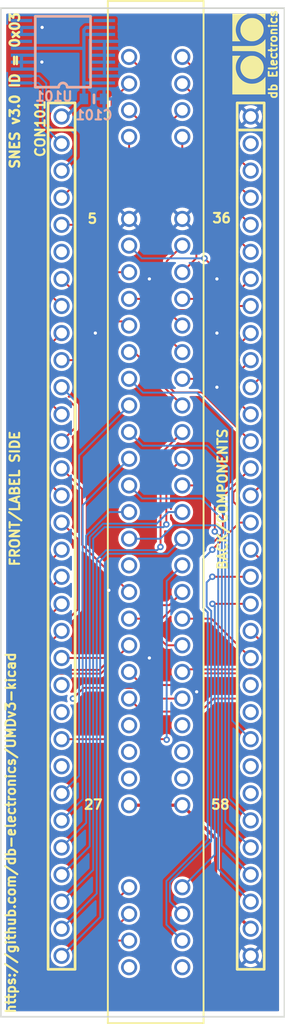
<source format=kicad_pcb>
(kicad_pcb (version 20221018) (generator pcbnew)
  (title_block (title "SNES UMD Adapter") (date "2018-02-01") (rev "0.1") (company "db Electronics") (comment 1 "Licensed under the CERN OHL v.1.2") (comment 2 "https://github.com/db-electronics/umd-adapters-kicad"))
  (layers (0 "F.Cu" signal) (31 "B.Cu" signal) (34 "B.Paste" user) (35 "F.Paste" user) (36 "B.SilkS" user "B.Silkscreen") (37 "F.SilkS" user "F.Silkscreen") (38 "B.Mask" user) (39 "F.Mask" user) (44 "Edge.Cuts" user))
  (net 0 "")
  (net 1 "GND")
  (net 2 "/~{RD}")
  (net 3 "/A11")
  (net 4 "/A10")
  (net 5 "/A9")
  (net 6 "/A8")
  (net 7 "/A7")
  (net 8 "/A6")
  (net 9 "/A5")
  (net 10 "/A4")
  (net 11 "/A3")
  (net 12 "/A2")
  (net 13 "/A1")
  (net 14 "/A0")
  (net 15 "/D0")
  (net 16 "/D1")
  (net 17 "/D2")
  (net 18 "/D3")
  (net 19 "/~{WR}")
  (net 20 "/D7")
  (net 21 "/D6")
  (net 22 "/D5")
  (net 23 "/D4")
  (net 24 "/A23")
  (net 25 "/A22")
  (net 26 "/A21")
  (net 27 "/A20")
  (net 28 "/A19")
  (net 29 "/A18")
  (net 30 "/A17")
  (net 31 "/A16")
  (net 32 "/A15")
  (net 33 "/A14")
  (net 34 "/A13")
  (net 35 "/A12")
  (net 36 "/~{IRQ}")
  (net 37 "+3V3")
  (net 38 "/SCL")
  (net 39 "/SDA")
  (net 41 "/D14")
  (net 42 "/D12")
  (net 43 "/D10")
  (net 44 "/D8")
  (net 48 "/5V_1")
  (net 53 "/CLK")
  (net 54 "/5V_0")
  (net 60 "/~{RESET}")
  (net 63 "/D13")
  (net 64 "/D11")
  (net 65 "/D9")
  (net 69 "/~{CE}")
  (net 70 "/D15")
  (net 71 "/~{WRAM}")
  (net 72 "/EXPAND")
  (net 73 "/~{PARD}")
  (net 74 "/~{PAWR}")
  (net 75 "/REFRESH")
  (footprint "db-artwork:db-logo_7.5mm" (layer "F.Cu") (at 153.5176 60.1726 90)
    (fp_text reference "logo101" hide)
    (fp_text value "logo" hide)
  )
  (footprint "db-thparts:SNES-CONN-EXP" (layer "F.Cu") (at 142.24 60.452)
    (fp_text reference "CON102" hide)
    (fp_text value "SNES-CONN" hide)
    (pad "1" thru_hole circle (at 0 0) (size 1.524 1.524) (drill 1.016) (layers "*.Cu" "*.Mask") (net 53 "/CLK"))
    (pad "2" thru_hole circle (at 0 2.5) (size 1.524 1.524) (drill 1.016) (layers "*.Cu" "*.Mask") (net 72 "/EXPAND"))
    (pad "3" thru_hole circle (at 0 5) (size 1.524 1.524) (drill 1.016) (layers "*.Cu" "*.Mask") (net 41 "/D14"))
    (pad "4" thru_hole circle (at 0 7.5) (size 1.524 1.524) (drill 1.016) (layers "*.Cu" "*.Mask") (net 73 "/~{PARD}"))
    (pad "5" thru_hole circle (at 0 15.2) (size 1.524 1.524) (drill 1.016) (layers "*.Cu" "*.Mask") (net 1 "GND"))
    (pad "6" thru_hole circle (at 0 17.7) (size 1.524 1.524) (drill 1.016) (layers "*.Cu" "*.Mask") (net 3 "/A11"))
    (pad "7" thru_hole circle (at 0 20.2) (size 1.524 1.524) (drill 1.016) (layers "*.Cu" "*.Mask") (net 4 "/A10"))
    (pad "8" thru_hole circle (at 0 22.7) (size 1.524 1.524) (drill 1.016) (layers "*.Cu" "*.Mask") (net 5 "/A9"))
    (pad "9" thru_hole circle (at 0 25.2) (size 1.524 1.524) (drill 1.016) (layers "*.Cu" "*.Mask") (net 6 "/A8"))
    (pad "10" thru_hole circle (at 0 27.7) (size 1.524 1.524) (drill 1.016) (layers "*.Cu" "*.Mask") (net 7 "/A7"))
    (pad "11" thru_hole circle (at 0 30.2) (size 1.524 1.524) (drill 1.016) (layers "*.Cu" "*.Mask") (net 8 "/A6"))
    (pad "12" thru_hole circle (at 0 32.7) (size 1.524 1.524) (drill 1.016) (layers "*.Cu" "*.Mask") (net 9 "/A5"))
    (pad "13" thru_hole circle (at 0 35.2) (size 1.524 1.524) (drill 1.016) (layers "*.Cu" "*.Mask") (net 10 "/A4"))
    (pad "14" thru_hole circle (at 0 37.7) (size 1.524 1.524) (drill 1.016) (layers "*.Cu" "*.Mask") (net 11 "/A3"))
    (pad "15" thru_hole circle (at 0 40.2) (size 1.524 1.524) (drill 1.016) (layers "*.Cu" "*.Mask") (net 12 "/A2"))
    (pad "16" thru_hole circle (at 0 42.7) (size 1.524 1.524) (drill 1.016) (layers "*.Cu" "*.Mask") (net 13 "/A1"))
    (pad "17" thru_hole circle (at 0 45.2) (size 1.524 1.524) (drill 1.016) (layers "*.Cu" "*.Mask") (net 14 "/A0"))
    (pad "18" thru_hole circle (at 0 47.7) (size 1.524 1.524) (drill 1.016) (layers "*.Cu" "*.Mask") (net 36 "/~{IRQ}"))
    (pad "19" thru_hole circle (at 0 50.2) (size 1.524 1.524) (drill 1.016) (layers "*.Cu" "*.Mask") (net 15 "/D0"))
    (pad "20" thru_hole circle (at 0 52.7) (size 1.524 1.524) (drill 1.016) (layers "*.Cu" "*.Mask") (net 16 "/D1"))
    (pad "21" thru_hole circle (at 0 55.2) (size 1.524 1.524) (drill 1.016) (layers "*.Cu" "*.Mask") (net 17 "/D2"))
    (pad "22" thru_hole circle (at 0 57.7) (size 1.524 1.524) (drill 1.016) (layers "*.Cu" "*.Mask") (net 18 "/D3"))
    (pad "23" thru_hole circle (at 0 60.2) (size 1.524 1.524) (drill 1.016) (layers "*.Cu" "*.Mask") (net 2 "/~{RD}"))
    (pad "24" thru_hole circle (at 0 62.7) (size 1.524 1.524) (drill 1.016) (layers "*.Cu" "*.Mask"))
    (pad "25" thru_hole circle (at 0 65.2) (size 1.524 1.524) (drill 1.016) (layers "*.Cu" "*.Mask"))
    (pad "26" thru_hole circle (at 0 67.7) (size 1.524 1.524) (drill 1.016) (layers "*.Cu" "*.Mask") (net 60 "/~{RESET}"))
    (pad "27" thru_hole circle (at 0 70.2) (size 1.524 1.524) (drill 1.016) (layers "*.Cu" "*.Mask") (net 48 "/5V_1"))
    (pad "28" thru_hole circle (at 0 77.9) (size 1.524 1.524) (drill 1.016) (layers "*.Cu" "*.Mask") (net 44 "/D8"))
    (pad "29" thru_hole circle (at 0 80.4) (size 1.524 1.524) (drill 1.016) (layers "*.Cu" "*.Mask") (net 43 "/D10"))
    (pad "30" thru_hole circle (at 0 82.9) (size 1.524 1.524) (drill 1.016) (layers "*.Cu" "*.Mask") (net 42 "/D12"))
    (pad "31" thru_hole circle (at 0 85.4) (size 1.524 1.524) (drill 1.016) (layers "*.Cu" "*.Mask"))
    (pad "32" thru_hole circle (at 5 0) (size 1.524 1.524) (drill 1.016) (layers "*.Cu" "*.Mask") (net 71 "/~{WRAM}"))
    (pad "33" thru_hole circle (at 5 2.5) (size 1.524 1.524) (drill 1.016) (layers "*.Cu" "*.Mask") (net 75 "/REFRESH"))
    (pad "34" thru_hole circle (at 5 5) (size 1.524 1.524) (drill 1.016) (layers "*.Cu" "*.Mask") (net 70 "/D15"))
    (pad "35" thru_hole circle (at 5 7.5) (size 1.524 1.524) (drill 1.016) (layers "*.Cu" "*.Mask") (net 74 "/~{PAWR}"))
    (pad "36" thru_hole circle (at 5 15.2) (size 1.524 1.524) (drill 1.016) (layers "*.Cu" "*.Mask") (net 1 "GND"))
    (pad "37" thru_hole circle (at 5 17.7) (size 1.524 1.524) (drill 1.016) (layers "*.Cu" "*.Mask") (net 35 "/A12"))
    (pad "38" thru_hole circle (at 5 20.2) (size 1.524 1.524) (drill 1.016) (layers "*.Cu" "*.Mask") (net 34 "/A13"))
    (pad "39" thru_hole circle (at 5 22.7) (size 1.524 1.524) (drill 1.016) (layers "*.Cu" "*.Mask") (net 33 "/A14"))
    (pad "40" thru_hole circle (at 5 25.2) (size 1.524 1.524) (drill 1.016) (layers "*.Cu" "*.Mask") (net 32 "/A15"))
    (pad "41" thru_hole circle (at 5 27.7) (size 1.524 1.524) (drill 1.016) (layers "*.Cu" "*.Mask") (net 31 "/A16"))
    (pad "42" thru_hole circle (at 5 30.2) (size 1.524 1.524) (drill 1.016) (layers "*.Cu" "*.Mask") (net 30 "/A17"))
    (pad "43" thru_hole circle (at 5 32.7) (size 1.524 1.524) (drill 1.016) (layers "*.Cu" "*.Mask") (net 29 "/A18"))
    (pad "44" thru_hole circle (at 5 35.2) (size 1.524 1.524) (drill 1.016) (layers "*.Cu" "*.Mask") (net 28 "/A19"))
    (pad "45" thru_hole circle (at 5 37.7) (size 1.524 1.524) (drill 1.016) (layers "*.Cu" "*.Mask") (net 27 "/A20"))
    (pad "46" thru_hole circle (at 5 40.2) (size 1.524 1.524) (drill 1.016) (layers "*.Cu" "*.Mask") (net 26 "/A21"))
    (pad "47" thru_hole circle (at 5 42.7) (size 1.524 1.524) (drill 1.016) (layers "*.Cu" "*.Mask") (net 25 "/A22"))
    (pad "48" thru_hole circle (at 5 45.2) (size 1.524 1.524) (drill 1.016) (layers "*.Cu" "*.Mask") (net 24 "/A23"))
    (pad "49" thru_hole circle (at 5 47.7) (size 1.524 1.524) (drill 1.016) (layers "*.Cu" "*.Mask") (net 69 "/~{CE}"))
    (pad "50" thru_hole circle (at 5 50.2) (size 1.524 1.524) (drill 1.016) (layers "*.Cu" "*.Mask") (net 23 "/D4"))
    (pad "51" thru_hole circle (at 5 52.7) (size 1.524 1.524) (drill 1.016) (layers "*.Cu" "*.Mask") (net 22 "/D5"))
    (pad "52" thru_hole circle (at 5 55.2) (size 1.524 1.524) (drill 1.016) (layers "*.Cu" "*.Mask") (net 21 "/D6"))
    (pad "53" thru_hole circle (at 5 57.7) (size 1.524 1.524) (drill 1.016) (layers "*.Cu" "*.Mask") (net 20 "/D7"))
    (pad "54" thru_hole circle (at 5 60.2) (size 1.524 1.524) (drill 1.016) (layers "*.Cu" "*.Mask") (net 19 "/~{WR}"))
    (pad "55" thru_hole circle (at 5 62.7) (size 1.524 1.524) (drill 1.016) (layers "*.Cu" "*.Mask"))
    (pad "56" thru_hole circle (at 5 65.2) (size 1.524 1.524) (drill 1.016) (layers "*.Cu" "*.Mask"))
    (pad "57" thru_hole circle (at 5 67.7) (size 1.524 1.524) (drill 1.016) (layers "*.Cu" "*.Mask"))
    (pad "58" thru_hole circle (at 5 70.2) (size 1.524 1.524) (drill 1.016) (layers "*.Cu" "*.Mask") (net 48 "/5V_1"))
    (pad "59" thru_hole circle (at 5 77.9) (size 1.524 1.524) (drill 1.016) (layers "*.Cu" "*.Mask") (net 65 "/D9"))
    (pad "60" thru_hole circle (at 5 80.4) (size 1.524 1.524) (drill 1.016) (layers "*.Cu" "*.Mask") (net 64 "/D11"))
    (pad "61" thru_hole circle (at 5 82.9) (size 1.524 1.524) (drill 1.016) (layers "*.Cu" "*.Mask") (net 63 "/D13"))
    (pad "62" thru_hole circle (at 5 85.4) (size 1.524 1.524) (drill 1.016) (layers "*.Cu" "*.Mask"))
  )
  (footprint "db-thparts:UMDv3-CONN-DIP64" (layer "F.Cu") (at 135.89 66.04)
    (fp_text reference "CON101" (at -2.0066 1.143 90) (layer "F.SilkS") (effects (font (size 0.889 0.889) (thickness 0.2032))))
    (fp_text value "UMDv3-CONN" hide)
    (pad "1" thru_hole circle (at 0 0) (size 1.524 1.524) (drill 1.016) (layers "*.Cu" "*.Mask") (net 37 "+3V3"))
    (pad "2" thru_hole circle (at 0 2.54) (size 1.524 1.524) (drill 1.016) (layers "*.Cu" "*.Mask") (net 38 "/SCL"))
    (pad "3" thru_hole circle (at 0 5.08) (size 1.524 1.524) (drill 1.016) (layers "*.Cu" "*.Mask") (net 39 "/SDA"))
    (pad "4" thru_hole circle (at 0 7.62) (size 1.524 1.524) (drill 1.016) (layers "*.Cu" "*.Mask") (net 72 "/EXPAND"))
    (pad "5" thru_hole circle (at 0 10.16) (size 1.524 1.524) (drill 1.016) (layers "*.Cu" "*.Mask") (net 73 "/~{PARD}"))
    (pad "6" thru_hole circle (at 0 12.7) (size 1.524 1.524) (drill 1.016) (layers "*.Cu" "*.Mask"))
    (pad "7" thru_hole circle (at 0 15.24) (size 1.524 1.524) (drill 1.016) (layers "*.Cu" "*.Mask") (net 32 "/A15"))
    (pad "8" thru_hole circle (at 0 17.78) (size 1.524 1.524) (drill 1.016) (layers "*.Cu" "*.Mask") (net 34 "/A13"))
    (pad "9" thru_hole circle (at 0 20.32) (size 1.524 1.524) (drill 1.016) (layers "*.Cu" "*.Mask") (net 29 "/A18"))
    (pad "10" thru_hole circle (at 0 22.86) (size 1.524 1.524) (drill 1.016) (layers "*.Cu" "*.Mask") (net 31 "/A16"))
    (pad "11" thru_hole circle (at 0 25.4) (size 1.524 1.524) (drill 1.016) (layers "*.Cu" "*.Mask") (net 19 "/~{WR}"))
    (pad "12" thru_hole circle (at 0 27.94) (size 1.524 1.524) (drill 1.016) (layers "*.Cu" "*.Mask") (net 4 "/A10"))
    (pad "13" thru_hole circle (at 0 30.48) (size 1.524 1.524) (drill 1.016) (layers "*.Cu" "*.Mask") (net 6 "/A8"))
    (pad "14" thru_hole circle (at 0 33.02) (size 1.524 1.524) (drill 1.016) (layers "*.Cu" "*.Mask") (net 15 "/D0"))
    (pad "15" thru_hole circle (at 0 35.56) (size 1.524 1.524) (drill 1.016) (layers "*.Cu" "*.Mask") (net 41 "/D14"))
    (pad "16" thru_hole circle (at 0 38.1) (size 1.524 1.524) (drill 1.016) (layers "*.Cu" "*.Mask") (net 17 "/D2"))
    (pad "17" thru_hole circle (at 0 40.64) (size 1.524 1.524) (drill 1.016) (layers "*.Cu" "*.Mask") (net 42 "/D12"))
    (pad "18" thru_hole circle (at 0 43.18) (size 1.524 1.524) (drill 1.016) (layers "*.Cu" "*.Mask") (net 43 "/D10"))
    (pad "19" thru_hole circle (at 0 45.72) (size 1.524 1.524) (drill 1.016) (layers "*.Cu" "*.Mask") (net 44 "/D8"))
    (pad "20" thru_hole circle (at 0 48.26) (size 1.524 1.524) (drill 1.016) (layers "*.Cu" "*.Mask") (net 21 "/D6"))
    (pad "21" thru_hole circle (at 0 50.8) (size 1.524 1.524) (drill 1.016) (layers "*.Cu" "*.Mask") (net 23 "/D4"))
    (pad "22" thru_hole circle (at 0 53.34) (size 1.524 1.524) (drill 1.016) (layers "*.Cu" "*.Mask"))
    (pad "23" thru_hole circle (at 0 55.88) (size 1.524 1.524) (drill 1.016) (layers "*.Cu" "*.Mask"))
    (pad "24" thru_hole circle (at 0 58.42) (size 1.524 1.524) (drill 1.016) (layers "*.Cu" "*.Mask") (net 69 "/~{CE}"))
    (pad "25" thru_hole circle (at 0 60.96) (size 1.524 1.524) (drill 1.016) (layers "*.Cu" "*.Mask"))
    (pad "26" thru_hole circle (at 0 63.5) (size 1.524 1.524) (drill 1.016) (layers "*.Cu" "*.Mask") (net 9 "/A5"))
    (pad "27" thru_hole circle (at 0 66.04) (size 1.524 1.524) (drill 1.016) (layers "*.Cu" "*.Mask") (net 11 "/A3"))
    (pad "28" thru_hole circle (at 0 68.58) (size 1.524 1.524) (drill 1.016) (layers "*.Cu" "*.Mask") (net 13 "/A1"))
    (pad "29" thru_hole circle (at 0 71.12) (size 1.524 1.524) (drill 1.016) (layers "*.Cu" "*.Mask") (net 25 "/A22"))
    (pad "30" thru_hole circle (at 0 73.66) (size 1.524 1.524) (drill 1.016) (layers "*.Cu" "*.Mask") (net 27 "/A20"))
    (pad "31" thru_hole circle (at 0 76.2) (size 1.524 1.524) (drill 1.016) (layers "*.Cu" "*.Mask") (net 28 "/A19"))
    (pad "32" thru_hole circle (at 0 78.74) (size 1.524 1.524) (drill 1.016) (layers "*.Cu" "*.Mask") (net 24 "/A23"))
    (pad "33" thru_hole circle (at 17.78 78.74) (size 1.524 1.524) (drill 1.016) (layers "*.Cu" "*.Mask") (net 1 "GND"))
    (pad "34" thru_hole circle (at 17.78 76.2) (size 1.524 1.524) (drill 1.016) (layers "*.Cu" "*.Mask") (net 48 "/5V_1"))
    (pad "35" thru_hole circle (at 17.78 73.66) (size 1.524 1.524) (drill 1.016) (layers "*.Cu" "*.Mask") (net 26 "/A21"))
    (pad "36" thru_hole circle (at 17.78 71.12) (size 1.524 1.524) (drill 1.016) (layers "*.Cu" "*.Mask") (net 14 "/A0"))
    (pad "37" thru_hole circle (at 17.78 68.58) (size 1.524 1.524) (drill 1.016) (layers "*.Cu" "*.Mask") (net 12 "/A2"))
    (pad "38" thru_hole circle (at 17.78 66.04) (size 1.524 1.524) (drill 1.016) (layers "*.Cu" "*.Mask") (net 10 "/A4"))
    (pad "39" thru_hole circle (at 17.78 63.5) (size 1.524 1.524) (drill 1.016) (layers "*.Cu" "*.Mask"))
    (pad "40" thru_hole circle (at 17.78 60.96) (size 1.524 1.524) (drill 1.016) (layers "*.Cu" "*.Mask"))
    (pad "41" thru_hole circle (at 17.78 58.42) (size 1.524 1.524) (drill 1.016) (layers "*.Cu" "*.Mask") (net 8 "/A6"))
    (pad "42" thru_hole circle (at 17.78 55.88) (size 1.524 1.524) (drill 1.016) (layers "*.Cu" "*.Mask"))
    (pad "43" thru_hole circle (at 17.78 53.34) (size 1.524 1.524) (drill 1.016) (layers "*.Cu" "*.Mask"))
    (pad "44" thru_hole circle (at 17.78 50.8) (size 1.524 1.524) (drill 1.016) (layers "*.Cu" "*.Mask") (net 22 "/D5"))
    (pad "45" thru_hole circle (at 17.78 48.26) (size 1.524 1.524) (drill 1.016) (layers "*.Cu" "*.Mask") (net 20 "/D7"))
    (pad "46" thru_hole circle (at 17.78 45.72) (size 1.524 1.524) (drill 1.016) (layers "*.Cu" "*.Mask") (net 65 "/D9"))
    (pad "47" thru_hole circle (at 17.78 43.18) (size 1.524 1.524) (drill 1.016) (layers "*.Cu" "*.Mask") (net 64 "/D11"))
    (pad "48" thru_hole circle (at 17.78 40.64) (size 1.524 1.524) (drill 1.016) (layers "*.Cu" "*.Mask") (net 18 "/D3"))
    (pad "49" thru_hole circle (at 17.78 38.1) (size 1.524 1.524) (drill 1.016) (layers "*.Cu" "*.Mask") (net 63 "/D13"))
    (pad "50" thru_hole circle (at 17.78 35.56) (size 1.524 1.524) (drill 1.016) (layers "*.Cu" "*.Mask") (net 70 "/D15"))
    (pad "51" thru_hole circle (at 17.78 33.02) (size 1.524 1.524) (drill 1.016) (layers "*.Cu" "*.Mask") (net 16 "/D1"))
    (pad "52" thru_hole circle (at 17.78 30.48) (size 1.524 1.524) (drill 1.016) (layers "*.Cu" "*.Mask") (net 7 "/A7"))
    (pad "53" thru_hole circle (at 17.78 27.94) (size 1.524 1.524) (drill 1.016) (layers "*.Cu" "*.Mask") (net 5 "/A9"))
    (pad "54" thru_hole circle (at 17.78 25.4) (size 1.524 1.524) (drill 1.016) (layers "*.Cu" "*.Mask") (net 3 "/A11"))
    (pad "55" thru_hole circle (at 17.78 22.86) (size 1.524 1.524) (drill 1.016) (layers "*.Cu" "*.Mask") (net 2 "/~{RD}"))
    (pad "56" thru_hole circle (at 17.78 20.32) (size 1.524 1.524) (drill 1.016) (layers "*.Cu" "*.Mask") (net 30 "/A17"))
    (pad "57" thru_hole circle (at 17.78 17.78) (size 1.524 1.524) (drill 1.016) (layers "*.Cu" "*.Mask") (net 35 "/A12"))
    (pad "58" thru_hole circle (at 17.78 15.24) (size 1.524 1.524) (drill 1.016) (layers "*.Cu" "*.Mask") (net 33 "/A14"))
    (pad "59" thru_hole circle (at 17.78 12.7) (size 1.524 1.524) (drill 1.016) (layers "*.Cu" "*.Mask") (net 53 "/CLK"))
    (pad "60" thru_hole circle (at 17.78 10.16) (size 1.524 1.524) (drill 1.016) (layers "*.Cu" "*.Mask") (net 74 "/~{PAWR}"))
    (pad "61" thru_hole circle (at 17.78 7.62) (size 1.524 1.524) (drill 1.016) (layers "*.Cu" "*.Mask") (net 75 "/REFRESH"))
    (pad "62" thru_hole circle (at 17.78 5.08) (size 1.524 1.524) (drill 1.016) (layers "*.Cu" "*.Mask") (net 71 "/~{WRAM}"))
    (pad "63" thru_hole circle (at 17.78 2.54) (size 1.524 1.524) (drill 1.016) (layers "*.Cu" "*.Mask") (net 54 "/5V_0"))
    (pad "64" thru_hole circle (at 17.78 0) (size 1.524 1.524) (drill 1.016) (layers "*.Cu" "*.Mask") (net 1 "GND"))
  )
  (footprint "db-smt:0603" (layer "B.Cu") (at 138.938 64.389)
    (fp_text reference "C101" (at 0 1.524) (layer "B.SilkS") (effects (font (size 0.889 0.889) (thickness 0.2032)) (justify mirror)))
    (fp_text value "0.1uF/50V" hide)
    (pad "1" smd rect (at -0.95 0) (size 0.8 1) (layers "B.Cu" "B.Paste" "B.Mask") (net 37 "+3V3"))
    (pad "2" smd rect (at 0.95 0) (size 0.8 1) (layers "B.Cu" "B.Paste" "B.Mask") (net 1 "GND"))
  )
  (footprint "db-smt:SSOP-20" (layer "B.Cu") (at 132.117 62.8944)
    (fp_text reference "U101" (at 3.048 1.27) (layer "B.SilkS") (effects (font (size 0.889 0.889) (thickness 0.2032)) (justify mirror)))
    (fp_text value "MCP23008T-E_SS" hide)
    (pad "1" smd rect (at 0 0) (size 2 0.3) (layers "B.Cu" "B.Paste" "B.Mask") (net 38 "/SCL"))
    (pad "2" smd rect (at 0 -0.65) (size 2 0.3) (layers "B.Cu" "B.Paste" "B.Mask") (net 39 "/SDA"))
    (pad "3" smd rect (at 0 -1.3) (size 2 0.3) (layers "B.Cu" "B.Paste" "B.Mask") (net 1 "GND"))
    (pad "4" smd rect (at 0 -1.95) (size 2 0.3) (layers "B.Cu" "B.Paste" "B.Mask") (net 1 "GND"))
    (pad "5" smd rect (at 0 -2.6) (size 2 0.3) (layers "B.Cu" "B.Paste" "B.Mask") (net 1 "GND"))
    (pad "6" smd rect (at 0 -3.25) (size 2 0.3) (layers "B.Cu" "B.Paste" "B.Mask") (net 37 "+3V3"))
    (pad "7" smd rect (at 0 -3.9) (size 2 0.3) (layers "B.Cu" "B.Paste" "B.Mask"))
    (pad "8" smd rect (at 0 -4.55) (size 2 0.3) (layers "B.Cu" "B.Paste" "B.Mask") (net 1 "GND"))
    (pad "9" smd rect (at 0 -5.2) (size 2 0.3) (layers "B.Cu" "B.Paste" "B.Mask") (net 1 "GND"))
    (pad "10" smd rect (at 0 -5.85) (size 2 0.3) (layers "B.Cu" "B.Paste" "B.Mask"))
    (pad "11" smd rect (at 7.8 -5.85) (size 2 0.3) (layers "B.Cu" "B.Paste" "B.Mask"))
    (pad "12" smd rect (at 7.8 -5.2) (size 2 0.3) (layers "B.Cu" "B.Paste" "B.Mask") (net 37 "+3V3"))
    (pad "13" smd rect (at 7.8 -4.55) (size 2 0.3) (layers "B.Cu" "B.Paste" "B.Mask") (net 37 "+3V3"))
    (pad "14" smd rect (at 7.8 -3.9) (size 2 0.3) (layers "B.Cu" "B.Paste" "B.Mask") (net 1 "GND"))
    (pad "15" smd rect (at 7.8 -3.25) (size 2 0.3) (layers "B.Cu" "B.Paste" "B.Mask") (net 1 "GND"))
    (pad "16" smd rect (at 7.8 -2.6) (size 2 0.3) (layers "B.Cu" "B.Paste" "B.Mask") (net 1 "GND"))
    (pad "17" smd rect (at 7.8 -1.95) (size 2 0.3) (layers "B.Cu" "B.Paste" "B.Mask") (net 1 "GND"))
    (pad "18" smd rect (at 7.8 -1.3) (size 2 0.3) (layers "B.Cu" "B.Paste" "B.Mask") (net 1 "GND"))
    (pad "19" smd rect (at 7.8 -0.65) (size 2 0.3) (layers "B.Cu" "B.Paste" "B.Mask") (net 1 "GND"))
    (pad "20" smd rect (at 7.8 0) (size 2 0.3) (layers "B.Cu" "B.Paste" "B.Mask") (net 37 "+3V3"))
  )
  (gr_line (start 156.845 150.495) (end 156.845 55.88) (stroke (width 0.15)) (layer "Edge.Cuts"))
  (gr_line (start 130.175 55.88) (end 130.175 150.495) (stroke (width 0.15)) (layer "Edge.Cuts"))
  (gr_line (start 156.845 55.88) (end 130.175 55.88) (stroke (width 0.15)) (layer "Edge.Cuts"))
  (gr_line (start 130.175 150.495) (end 156.845 150.495) (stroke (width 0.15)) (layer "Edge.Cuts"))
  (gr_text "27" (at 137.8966 131.1148) (layer "F.SilkS") (effects (font (size 0.889 0.889) (thickness 0.2032) bold) (justify left bottom)))
  (gr_text "FRONT/LABEL SIDE" (at 131.4958 101.8794 90) (layer "F.SilkS") (effects (font (size 0.889 0.889) (thickness 0.2032) bold)))
  (gr_text "https://github.com/db-electronics/UMDv3-kicad" (at 131.1148 133.2484 90) (layer "F.SilkS") (effects (font (size 0.889 0.889) (thickness 0.2032))))
  (gr_text "5" (at 138.2268 76.1492) (layer "F.SilkS") (effects (font (size 0.889 0.889) (thickness 0.2032) bold) (justify left bottom)))
  (gr_text "BACK/COMPONENTS" (at 151.0284 101.9556 90) (layer "F.SilkS") (effects (font (size 0.889 0.889) (thickness 0.2032) bold)))
  (gr_text "36" (at 149.9616 76.0984) (layer "F.SilkS") (effects (font (size 0.889 0.889) (thickness 0.2032) bold) (justify left bottom)))
  (gr_text "SNES v3.0 ID = 0x03" (at 131.4958 63.6016 90) (layer "F.SilkS") (effects (font (size 0.889 0.889) (thickness 0.22225))))
  (gr_text "58" (at 149.8346 131.1148) (layer "F.SilkS") (effects (font (size 0.889 0.889) (thickness 0.2032) bold) (justify left bottom)))
  (gr_text "db Electronics" (at 155.7782 60.2234 90) (layer "F.SilkS") (effects (font (size 0.762 0.762) (thickness 0.1778) bold)))
  (via (at 134.0612 57.6834) (size 0.6096) (drill 0.3048) (layers "F.Cu" "B.Cu") (net 1))
  (via (at 148.59 120.015) (size 0.6096) (drill 0.3048) (layers "F.Cu" "B.Cu") (net 1))
  (via (at 144.145 81.28) (size 0.6096) (drill 0.3048) (layers "F.Cu" "B.Cu") (net 1))
  (via (at 140.335 110.49) (size 0.6096) (drill 0.3048) (layers "F.Cu" "B.Cu") (net 1))
  (via (at 150.495 81.28) (size 0.6096) (drill 0.3048) (layers "F.Cu" "B.Cu") (net 1))
  (via (at 150.495 91.44) (size 0.6096) (drill 0.3048) (layers "F.Cu" "B.Cu") (net 1))
  (via (at 139.065 86.36) (size 0.6096) (drill 0.3048) (layers "F.Cu" "B.Cu") (net 1))
  (via (at 134.0358 60.9346) (size 0.6096) (drill 0.3048) (layers "F.Cu" "B.Cu") (net 1))
  (via (at 150.495 86.36) (size 0.6096) (drill 0.3048) (layers "F.Cu" "B.Cu") (net 1))
  (via (at 144.145 116.84) (size 0.6096) (drill 0.3048) (layers "F.Cu" "B.Cu") (net 1))
  (segment (start 132.117 57.6944) (end 134.0502 57.6944) (width 0.3048) (layer "B.Cu") (net 1))
  (segment (start 134.026 60.9444) (end 134.0358 60.9346) (width 0.3048) (layer "B.Cu") (net 1))
  (segment (start 132.117 60.9444) (end 134.026 60.9444) (width 0.3048) (layer "B.Cu") (net 1))
  (segment (start 134.0502 57.6944) (end 134.0612 57.6834) (width 0.3048) (layer "B.Cu") (net 1))
  (segment (start 155.1178 99.4156) (end 154.2288 100.3046) (width 0.1778) (layer "F.Cu") (net 2))
  (segment (start 154.2288 100.3046) (end 153.035 100.3046) (width 0.1778) (layer "F.Cu") (net 2))
  (segment (start 150.1902 120.65) (end 148.971 121.8692) (width 0.1778) (layer "F.Cu") (net 2))
  (segment (start 155.829 103.8352) (end 155.829 119.5832) (width 0.1778) (layer "F.Cu") (net 2))
  (segment (start 152.0444 101.2952) (end 152.0444 102.1842) (width 0.1778) (layer "F.Cu") (net 2))
  (segment (start 153.035 100.3046) (end 152.0444 101.2952) (width 0.1778) (layer "F.Cu") (net 2))
  (segment (start 148.971 121.8692) (end 143.4572 121.8692) (width 0.1778) (layer "F.Cu") (net 2))
  (segment (start 152.0444 102.1842) (end 152.7048 102.8446) (width 0.1778) (layer "F.Cu") (net 2))
  (segment (start 154.7622 120.65) (end 150.1902 120.65) (width 0.1778) (layer "F.Cu") (net 2))
  (segment (start 143.4572 121.8692) (end 142.24 120.652) (width 0.1778) (layer "F.Cu") (net 2))
  (segment (start 155.829 119.5832) (end 154.7622 120.65) (width 0.1778) (layer "F.Cu") (net 2))
  (segment (start 155.1178 95.8596) (end 155.1178 99.4156) (width 0.1778) (layer "F.Cu") (net 2))
  (segment (start 153.1366 95.2246) (end 154.4828 95.2246) (width 0.1778) (layer "F.Cu") (net 2))
  (segment (start 154.8384 102.8446) (end 155.829 103.8352) (width 0.1778) (layer "F.Cu") (net 2))
  (segment (start 154.4828 95.2246) (end 155.1178 95.8596) (width 0.1778) (layer "F.Cu") (net 2))
  (segment (start 153.67 88.9) (end 151.8666 90.7034) (width 0.1778) (layer "F.Cu") (net 2))
  (segment (start 151.8666 90.7034) (end 151.8666 93.9546) (width 0.1778) (layer "F.Cu") (net 2))
  (segment (start 151.8666 93.9546) (end 153.1366 95.2246) (width 0.1778) (layer "F.Cu") (net 2))
  (segment (start 152.7048 102.8446) (end 154.8384 102.8446) (width 0.1778) (layer "F.Cu") (net 2))
  (segment (start 155.2448 80.7974) (end 154.4574 80.01) (width 0.1778) (layer "F.Cu") (net 3))
  (segment (start 155.2448 89.8652) (end 155.2448 80.7974) (width 0.1778) (layer "F.Cu") (net 3))
  (segment (start 153.67 91.44) (end 155.2448 89.8652) (width 0.1778) (layer "F.Cu") (net 3))
  (segment (start 149.987 80.01) (end 149.3266 79.3496) (width 0.1778) (layer "F.Cu") (net 3))
  (segment (start 154.4574 80.01) (end 149.987 80.01) (width 0.1778) (layer "F.Cu") (net 3))
  (via (at 149.3266 79.3496) (size 0.6096) (drill 0.3048) (layers "F.Cu" "B.Cu") (net 3))
  (segment (start 149.3266 79.3496) (end 143.4376 79.3496) (width 0.1778) (layer "B.Cu") (net 3))
  (segment (start 143.4376 79.3496) (end 142.24 78.152) (width 0.1778) (layer "B.Cu") (net 3))
  (segment (start 137.1346 84.455) (end 137.1346 83.2104) (width 0.1778) (layer "F.Cu") (net 4))
  (segment (start 134.62 80.8228) (end 135.255 80.1878) (width 0.1778) (layer "F.Cu") (net 4))
  (segment (start 135.3566 82.5754) (end 134.62 81.8388) (width 0.1778) (layer "F.Cu") (net 4))
  (segment (start 133.9088 86.020027) (end 134.991227 84.9376) (width 0.1778) (layer "F.Cu") (net 4))
  (segment (start 135.255 80.1878) (end 137.6934 80.1878) (width 0.1778) (layer "F.Cu") (net 4))
  (segment (start 134.991227 84.9376) (end 136.652 84.9376) (width 0.1778) (layer "F.Cu") (net 4))
  (segment (start 136.652 84.9376) (end 137.1346 84.455) (width 0.1778) (layer "F.Cu") (net 4))
  (segment (start 135.89 93.98) (end 133.9088 91.9988) (width 0.1778) (layer "F.Cu") (net 4))
  (segment (start 138.1576 80.652) (end 142.24 80.652) (width 0.1778) (layer "F.Cu") (net 4))
  (segment (start 137.1346 83.2104) (end 136.4996 82.5754) (width 0.1778) (layer "F.Cu") (net 4))
  (segment (start 134.62 81.8388) (end 134.62 80.8228) (width 0.1778) (layer "F.Cu") (net 4))
  (segment (start 137.6934 80.1878) (end 138.1576 80.652) (width 0.1778) (layer "F.Cu") (net 4))
  (segment (start 133.9088 91.9988) (end 133.9088 86.020027) (width 0.1778) (layer "F.Cu") (net 4))
  (segment (start 136.4996 82.5754) (end 135.3566 82.5754) (width 0.1778) (layer "F.Cu") (net 4))
  (segment (start 154.9146 85.4964) (end 154.5082 85.09) (width 0.1778) (layer "F.Cu") (net 5))
  (segment (start 152.3492 90.8558) (end 153.035 90.17) (width 0.1778) (layer "F.Cu") (net 5))
  (segment (start 152.3492 92.6592) (end 152.3492 90.8558) (width 0.1778) (layer "F.Cu") (net 5))
  (segment (start 151.8158 84.5312) (end 144.7292 84.5312) (width 0.1778) (layer "F.Cu") (net 5))
  (segment (start 152.3746 85.09) (end 151.8158 84.5312) (width 0.1778) (layer "F.Cu") (net 5))
  (segment (start 153.67 93.98) (end 152.3492 92.6592) (width 0.1778) (layer "F.Cu") (net 5))
  (segment (start 154.9146 89.6112) (end 154.9146 85.4964) (width 0.1778) (layer "F.Cu") (net 5))
  (segment (start 153.035 90.17) (end 154.3558 90.17) (width 0.1778) (layer "F.Cu") (net 5))
  (segment (start 144.7292 84.5312) (end 143.35 83.152) (width 0.1778) (layer "F.Cu") (net 5))
  (segment (start 154.3558 90.17) (end 154.9146 89.6112) (width 0.1778) (layer "F.Cu") (net 5))
  (segment (start 154.5082 85.09) (end 152.3746 85.09) (width 0.1778) (layer "F.Cu") (net 5))
  (segment (start 143.35 83.152) (end 142.24 83.152) (width 0.1778) (layer "F.Cu") (net 5))
  (segment (start 134.239 91.5416) (end 134.239 86.1568) (width 0.1778) (layer "F.Cu") (net 6))
  (segment (start 141.8558 85.2678) (end 142.24 85.652) (width 0.1778) (layer "F.Cu") (net 6))
  (segment (start 135.128 85.2678) (end 141.8558 85.2678) (width 0.1778) (layer "F.Cu") (net 6))
  (segment (start 137.1092 93.1926) (end 136.6774 92.7608) (width 0.1778) (layer "F.Cu") (net 6))
  (segment (start 134.239 86.1568) (end 135.128 85.2678) (width 0.1778) (layer "F.Cu") (net 6))
  (segment (start 135.89 96.52) (end 137.1092 95.3008) (width 0.1778) (layer "F.Cu") (net 6))
  (segment (start 137.1092 95.3008) (end 137.1092 93.1926) (width 0.1778) (layer "F.Cu") (net 6))
  (segment (start 136.6774 92.7608) (end 135.4582 92.7608) (width 0.1778) (layer "F.Cu") (net 6))
  (segment (start 135.4582 92.7608) (end 134.239 91.5416) (width 0.1778) (layer "F.Cu") (net 6))
  (segment (start 146.5072 91.9226) (end 142.7366 88.152) (width 0.1778) (layer "F.Cu") (net 7))
  (segment (start 149.0726 91.9226) (end 146.5072 91.9226) (width 0.1778) (layer "F.Cu") (net 7))
  (segment (start 153.67 96.52) (end 149.0726 91.9226) (width 0.1778) (layer "F.Cu") (net 7))
  (segment (start 142.7366 88.152) (end 142.24 88.152) (width 0.1778) (layer "F.Cu") (net 7))
  (segment (start 153.67 124.46) (end 151.9428 122.7328) (width 0.1778) (layer "B.Cu") (net 8))
  (segment (start 143.536 91.948) (end 142.24 90.652) (width 0.1778) (layer "B.Cu") (net 8))
  (segment (start 151.9428 122.7328) (end 151.9428 95.2754) (width 0.1778) (layer "B.Cu") (net 8))
  (segment (start 148.6154 91.948) (end 143.536 91.948) (width 0.1778) (layer "B.Cu") (net 8))
  (segment (start 151.9428 95.2754) (end 148.6154 91.948) (width 0.1778) (layer "B.Cu") (net 8))
  (segment (start 137.541 97.851) (end 137.541 127.889) (width 0.1778) (layer "B.Cu") (net 9))
  (segment (start 142.24 93.152) (end 137.541 97.851) (width 0.1778) (layer "B.Cu") (net 9))
  (segment (start 137.541 127.889) (end 135.89 129.54) (width 0.1778) (layer "B.Cu") (net 9))
  (segment (start 149.5806 96.9264) (end 143.5144 96.9264) (width 0.1778) (layer "B.Cu") (net 10))
  (segment (start 143.5144 96.9264) (end 142.24 95.652) (width 0.1778) (layer "B.Cu") (net 10))
  (segment (start 151.6126 98.9584) (end 149.5806 96.9264) (width 0.1778) (layer "B.Cu") (net 10))
  (segment (start 153.67 132.08) (end 151.6126 130.0226) (width 0.1778) (layer "B.Cu") (net 10))
  (segment (start 151.6126 130.0226) (end 151.6126 98.9584) (width 0.1778) (layer "B.Cu") (net 10))
  (segment (start 142.24 98.152) (end 137.8712 102.5208) (width 0.1778) (layer "B.Cu") (net 11))
  (segment (start 137.8712 102.5208) (end 137.8712 130.0988) (width 0.1778) (layer "B.Cu") (net 11))
  (segment (start 137.8712 130.0988) (end 135.89 132.08) (width 0.1778) (layer "B.Cu") (net 11))
  (segment (start 151.2824 104.1146) (end 149.0472 101.8794) (width 0.1778) (layer "B.Cu") (net 12))
  (segment (start 153.67 134.62) (end 151.2824 132.2324) (width 0.1778) (layer "B.Cu") (net 12))
  (segment (start 151.2824 132.2324) (end 151.2824 104.1146) (width 0.1778) (layer "B.Cu") (net 12))
  (segment (start 143.4674 101.8794) (end 142.24 100.652) (width 0.1778) (layer "B.Cu") (net 12))
  (segment (start 149.0472 101.8794) (end 143.4674 101.8794) (width 0.1778) (layer "B.Cu") (net 12))
  (segment (start 138.2014 105.365052) (end 138.2014 132.3086) (width 0.1778) (layer "B.Cu") (net 13))
  (segment (start 142.24 103.152) (end 140.414452 103.152) (width 0.1778) (layer "B.Cu") (net 13))
  (segment (start 138.2014 132.3086) (end 135.89 134.62) (width 0.1778) (layer "B.Cu") (net 13))
  (segment (start 140.414452 103.152) (end 138.2014 105.365052) (width 0.1778) (layer "B.Cu") (net 13))
  (segment (start 150.9522 104.866297) (end 150.479903 104.394) (width 0.1778) (layer "B.Cu") (net 14))
  (segment (start 150.9522 134.4422) (end 150.9522 104.866297) (width 0.1778) (layer "B.Cu") (net 14))
  (segment (start 145.173 105.652) (end 142.24 105.652) (width 0.1778) (layer "B.Cu") (net 14))
  (segment (start 146.431 104.394) (end 145.173 105.652) (width 0.1778) (layer "B.Cu") (net 14))
  (segment (start 153.67 137.16) (end 150.9522 134.4422) (width 0.1778) (layer "B.Cu") (net 14))
  (segment (start 150.479903 104.394) (end 146.431 104.394) (width 0.1778) (layer "B.Cu") (net 14))
  (segment (start 137.8204 106.2324) (end 137.8204 100.9904) (width 0.1778) (layer "F.Cu") (net 15))
  (segment (start 142.24 110.652) (end 137.8204 106.2324) (width 0.1778) (layer "F.Cu") (net 15))
  (segment (start 137.8204 100.9904) (end 135.89 99.06) (width 0.1778) (layer "F.Cu") (net 15))
  (segment (start 150.241 105.918) (end 151.0538 105.1052) (width 0.1778) (layer "F.Cu") (net 16))
  (segment (start 151.0538 105.1052) (end 151.0538 101.6762) (width 0.1778) (layer "F.Cu") (net 16))
  (segment (start 147.9042 111.9378) (end 148.5392 111.3028) (width 0.1778) (layer "F.Cu") (net 16))
  (segment (start 148.5392 111.3028) (end 148.5392 106.8578) (width 0.1778) (layer "F.Cu") (net 16))
  (segment (start 148.5392 106.8578) (end 149.479 105.918) (width 0.1778) (layer "F.Cu") (net 16))
  (segment (start 145.3438 113.152) (end 142.24 113.152) (width 0.1778) (layer "F.Cu") (net 16))
  (segment (start 149.479 105.918) (end 150.241 105.918) (width 0.1778) (layer "F.Cu") (net 16))
  (segment (start 147.9042 111.9378) (end 146.558 111.9378) (width 0.1778) (layer "F.Cu") (net 16))
  (segment (start 146.558 111.9378) (end 145.3438 113.152) (width 0.1778) (layer "F.Cu") (net 16))
  (segment (start 153.67 99.06) (end 151.0538 101.6762) (width 0.1778) (layer "F.Cu") (net 16))
  (segment (start 137.414 112.2934) (end 137.414 105.664) (width 0.1778) (layer "F.Cu") (net 17))
  (segment (start 134.366 117.586373) (end 134.366 114.0206) (width 0.1778) (layer "F.Cu") (net 17))
  (segment (start 136.652 113.0554) (end 137.414 112.2934) (width 0.1778) (layer "F.Cu") (net 17))
  (segment (start 137.414 105.664) (end 135.89 104.14) (width 0.1778) (layer "F.Cu") (net 17))
  (segment (start 135.092826 118.3132) (end 134.366 117.586373) (width 0.1778) (layer "F.Cu") (net 17))
  (segment (start 134.366 114.0206) (end 135.3312 113.0554) (width 0.1778) (layer "F.Cu") (net 17))
  (segment (start 139.5788 118.3132) (end 135.092826 118.3132) (width 0.1778) (layer "F.Cu") (net 17))
  (segment (start 142.24 115.652) (end 139.5788 118.3132) (width 0.1778) (layer "F.Cu") (net 17))
  (segment (start 135.3312 113.0554) (end 136.652 113.0554) (width 0.1778) (layer "F.Cu") (net 17))
  (segment (start 153.67 106.68) (end 155.4988 108.5088) (width 0.1778) (layer "F.Cu") (net 18))
  (segment (start 154.7876 118.2878) (end 148.9964 118.2878) (width 0.1778) (layer "F.Cu") (net 18))
  (segment (start 147.9042 119.38) (end 143.468 119.38) (width 0.1778) (layer "F.Cu") (net 18))
  (segment (start 155.4988 108.5088) (end 155.4988 117.5766) (width 0.1778) (layer "F.Cu") (net 18))
  (segment (start 148.9964 118.2878) (end 147.9042 119.38) (width 0.1778) (layer "F.Cu") (net 18))
  (segment (start 155.4988 117.5766) (end 154.7876 118.2878) (width 0.1778) (layer "F.Cu") (net 18))
  (segment (start 143.468 119.38) (end 142.24 118.152) (width 0.1778) (layer "F.Cu") (net 18))
  (segment (start 144.0454 120.652) (end 143.0421 119.6487) (width 0.1778) (layer "F.Cu") (net 19))
  (segment (start 143.0421 119.6487) (end 137.9581 119.6487) (width 0.1778) (layer "F.Cu") (net 19))
  (segment (start 147.24 120.652) (end 144.0454 120.652) (width 0.1778) (layer "F.Cu") (net 19))
  (segment (start 137.9581 119.6487) (end 136.9568 120.65) (width 0.1778) (layer "F.Cu") (net 19))
  (via (at 136.9568 120.65) (size 0.6096) (drill 0.3048) (layers "F.Cu" "B.Cu") (net 19))
  (segment (start 137.2108 92.7608) (end 135.89 91.44) (width 0.1778) (layer "B.Cu") (net 19))
  (segment (start 137.2108 120.396) (end 137.2108 92.7608) (width 0.1778) (layer "B.Cu") (net 19))
  (segment (start 136.9568 120.65) (end 137.2108 120.396) (width 0.1778) (layer "B.Cu") (net 19))
  (segment (start 147.24 118.152) (end 147.4852 117.9068) (width 0.1778) (layer "F.Cu") (net 20))
  (segment (start 155.1432 117.312826) (end 155.1432 115.7732) (width 0.1778) (layer "F.Cu") (net 20))
  (segment (start 154.549226 117.9068) (end 155.1432 117.312826) (width 0.1778) (layer "F.Cu") (net 20))
  (segment (start 155.1432 115.7732) (end 153.67 114.3) (width 0.1778) (layer "F.Cu") (net 20))
  (segment (start 147.4852 117.9068) (end 154.549226 117.9068) (width 0.1778) (layer "F.Cu") (net 20))
  (segment (start 135.89 114.3) (end 134.6962 115.4938) (width 0.1778) (layer "F.Cu") (net 21))
  (segment (start 144.526 114.427) (end 145.751 115.652) (width 0.1778) (layer "F.Cu") (net 21))
  (segment (start 140.8938 116.5098) (end 140.8938 115.0874) (width 0.1778) (layer "F.Cu") (net 21))
  (segment (start 145.751 115.652) (end 147.24 115.652) (width 0.1778) (layer "F.Cu") (net 21))
  (segment (start 139.446 117.9576) (end 140.8938 116.5098) (width 0.1778) (layer "F.Cu") (net 21))
  (segment (start 134.6962 115.4938) (end 134.6962 117.4496) (width 0.1778) (layer "F.Cu") (net 21))
  (segment (start 135.2042 117.9576) (end 139.446 117.9576) (width 0.1778) (layer "F.Cu") (net 21))
  (segment (start 134.6962 117.4496) (end 135.2042 117.9576) (width 0.1778) (layer "F.Cu") (net 21))
  (segment (start 141.5542 114.427) (end 144.526 114.427) (width 0.1778) (layer "F.Cu") (net 21))
  (segment (start 140.8938 115.0874) (end 141.5542 114.427) (width 0.1778) (layer "F.Cu") (net 21))
  (segment (start 149.982 113.152) (end 153.67 116.84) (width 0.1778) (layer "F.Cu") (net 22))
  (segment (start 147.24 113.152) (end 149.982 113.152) (width 0.1778) (layer "F.Cu") (net 22))
  (segment (start 135.89 116.84) (end 140.081 116.84) (width 0.1778) (layer "F.Cu") (net 23))
  (segment (start 146.005 111.887) (end 147.24 110.652) (width 0.1778) (layer "F.Cu") (net 23))
  (segment (start 140.5636 113.0046) (end 141.6812 111.887) (width 0.1778) (layer "F.Cu") (net 23))
  (segment (start 140.081 116.84) (end 140.5636 116.3574) (width 0.1778) (layer "F.Cu") (net 23))
  (segment (start 141.6812 111.887) (end 146.005 111.887) (width 0.1778) (layer "F.Cu") (net 23))
  (segment (start 140.5636 116.3574) (end 140.5636 113.0046) (width 0.1778) (layer "F.Cu") (net 23))
  (segment (start 145.831 107.061) (end 140.208 107.061) (width 0.1778) (layer "B.Cu") (net 24))
  (segment (start 139.5222 107.7468) (end 139.5222 141.1478) (width 0.1778) (layer "B.Cu") (net 24))
  (segment (start 140.208 107.061) (end 139.5222 107.7468) (width 0.1778) (layer "B.Cu") (net 24))
  (segment (start 139.5222 141.1478) (end 135.89 144.78) (width 0.1778) (layer "B.Cu") (net 24))
  (segment (start 147.24 105.652) (end 145.831 107.061) (width 0.1778) (layer "B.Cu") (net 24))
  (segment (start 147.24 103.152) (end 145.9204 103.152) (width 0.1778) (layer "B.Cu") (net 25))
  (segment (start 138.5316 134.5184) (end 135.89 137.16) (width 0.1778) (layer "B.Cu") (net 25))
  (segment (start 145.9204 103.152) (end 144.8308 104.2416) (width 0.1778) (layer "B.Cu") (net 25))
  (segment (start 144.8308 104.2416) (end 139.791827 104.2416) (width 0.1778) (layer "B.Cu") (net 25))
  (segment (start 138.5316 105.501827) (end 138.5316 134.5184) (width 0.1778) (layer "B.Cu") (net 25))
  (segment (start 139.791827 104.2416) (end 138.5316 105.501827) (width 0.1778) (layer "B.Cu") (net 25))
  (segment (start 149.293 100.652) (end 147.24 100.652) (width 0.1778) (layer "F.Cu") (net 26))
  (segment (start 150.2918 104.9782) (end 150.2918 101.6508) (width 0.1778) (layer "F.Cu") (net 26))
  (segment (start 150.2918 101.6508) (end 149.293 100.652) (width 0.1778) (layer "F.Cu") (net 26))
  (via (at 150.2918 104.9782) (size 0.6096) (drill 0.3048) (layers "F.Cu" "B.Cu") (net 26))
  (segment (start 150.622 105.3084) (end 150.2918 104.9782) (width 0.1778) (layer "B.Cu") (net 26))
  (segment (start 150.622 136.652) (end 150.622 105.3084) (width 0.1778) (layer "B.Cu") (net 26))
  (segment (start 153.67 139.7) (end 150.622 136.652) (width 0.1778) (layer "B.Cu") (net 26))
  (segment (start 147.24 98.152) (end 145.740067 99.651933) (width 0.1778) (layer "F.Cu") (net 27))
  (segment (start 145.740067 99.651933) (end 145.740067 104.312629) (width 0.1778) (layer "F.Cu") (net 27))
  (via (at 145.740067 104.312629) (size 0.6096) (drill 0.3048) (layers "F.Cu" "B.Cu") (net 27))
  (segment (start 135.89 139.7) (end 138.8618 136.7282) (width 0.1778) (layer "B.Cu") (net 27))
  (segment (start 138.8618 105.6386) (end 139.9286 104.5718) (width 0.1778) (layer "B.Cu") (net 27))
  (segment (start 138.8618 136.7282) (end 138.8618 105.6386) (width 0.1778) (layer "B.Cu") (net 27))
  (segment (start 139.9286 104.5718) (end 145.480896 104.5718) (width 0.1778) (layer "B.Cu") (net 27))
  (segment (start 145.480896 104.5718) (end 145.740067 104.312629) (width 0.1778) (layer "B.Cu") (net 27))
  (segment (start 145.193967 106.418433) (end 145.1864 106.426) (width 0.1778) (layer "F.Cu") (net 28))
  (segment (start 145.193967 97.698033) (end 145.193967 106.418433) (width 0.1778) (layer "F.Cu") (net 28))
  (segment (start 147.24 95.652) (end 145.193967 97.698033) (width 0.1778) (layer "F.Cu") (net 28))
  (via (at 145.1864 106.426) (size 0.6096) (drill 0.3048) (layers "F.Cu" "B.Cu") (net 28))
  (segment (start 144.835484 106.7308) (end 144.8816 106.7308) (width 0.1778) (layer "B.Cu") (net 28))
  (segment (start 144.8816 106.7308) (end 145.1864 106.426) (width 0.1778) (layer "B.Cu") (net 28))
  (segment (start 139.192 138.938) (end 139.192 107.610027) (width 0.1778) (layer "B.Cu") (net 28))
  (segment (start 139.192 107.610027) (end 140.071227 106.7308) (width 0.1778) (layer "B.Cu") (net 28))
  (segment (start 140.071227 106.7308) (end 144.835484 106.7308) (width 0.1778) (layer "B.Cu") (net 28))
  (segment (start 135.89 142.24) (end 139.192 138.938) (width 0.1778) (layer "B.Cu") (net 28))
  (segment (start 134.5692 89.7382) (end 134.5692 87.6808) (width 0.1778) (layer "F.Cu") (net 29))
  (segment (start 137.0076 90.17) (end 135.001 90.17) (width 0.1778) (layer "F.Cu") (net 29))
  (segment (start 134.5692 87.6808) (end 135.89 86.36) (width 0.1778) (layer "F.Cu") (net 29))
  (segment (start 147.24 93.152) (end 143.5722 89.4842) (width 0.1778) (layer "F.Cu") (net 29))
  (segment (start 143.5722 89.4842) (end 137.6934 89.4842) (width 0.1778) (layer "F.Cu") (net 29))
  (segment (start 137.6934 89.4842) (end 137.0076 90.17) (width 0.1778) (layer "F.Cu") (net 29))
  (segment (start 135.001 90.17) (end 134.5692 89.7382) (width 0.1778) (layer "F.Cu") (net 29))
  (segment (start 147.24 90.652) (end 149.378 90.652) (width 0.1778) (layer "F.Cu") (net 30))
  (segment (start 149.378 90.652) (end 153.67 86.36) (width 0.1778) (layer "F.Cu") (net 30))
  (segment (start 147.24 88.152) (end 146.0068 86.9188) (width 0.1778) (layer "F.Cu") (net 31))
  (segment (start 135.89 88.9) (end 139.6238 88.9) (width 0.1778) (layer "F.Cu") (net 31))
  (segment (start 139.6238 88.9) (end 141.605 86.9188) (width 0.1778) (layer "F.Cu") (net 31))
  (segment (start 146.0068 86.9188) (end 141.605 86.9188) (width 0.1778) (layer "F.Cu") (net 31))
  (segment (start 147.24 85.652) (end 146.4494 84.8614) (width 0.1778) (layer "F.Cu") (net 32))
  (segment (start 144.592426 84.8614) (end 144.160626 84.4296) (width 0.1778) (layer "F.Cu") (net 32))
  (segment (start 146.4494 84.8614) (end 144.592426 84.8614) (width 0.1778) (layer "F.Cu") (net 32))
  (segment (start 144.160626 84.4296) (end 139.0396 84.4296) (width 0.1778) (layer "F.Cu") (net 32))
  (segment (start 139.0396 84.4296) (end 135.89 81.28) (width 0.1778) (layer "F.Cu") (net 32))
  (segment (start 151.798 83.152) (end 153.67 81.28) (width 0.1778) (layer "F.Cu") (net 33))
  (segment (start 147.24 83.152) (end 151.798 83.152) (width 0.1778) (layer "F.Cu") (net 33))
  (segment (start 134.2898 80.686026) (end 135.118227 79.8576) (width 0.1778) (layer "F.Cu") (net 34))
  (segment (start 140.6652 76.9112) (end 148.082 76.9112) (width 0.1778) (layer "F.Cu") (net 34))
  (segment (start 135.118227 79.8576) (end 137.7188 79.8576) (width 0.1778) (layer "F.Cu") (net 34))
  (segment (start 134.2898 82.2198) (end 134.2898 80.686026) (width 0.1778) (layer "F.Cu") (net 34))
  (segment (start 148.5646 77.3938) (end 148.5646 79.3274) (width 0.1778) (layer "F.Cu") (net 34))
  (segment (start 137.7188 79.8576) (end 140.6652 76.9112) (width 0.1778) (layer "F.Cu") (net 34))
  (segment (start 135.89 83.82) (end 134.2898 82.2198) (width 0.1778) (layer "F.Cu") (net 34))
  (segment (start 148.082 76.9112) (end 148.5646 77.3938) (width 0.1778) (layer "F.Cu") (net 34))
  (segment (start 148.5646 79.3274) (end 147.24 80.652) (width 0.1778) (layer "F.Cu") (net 34))
  (segment (start 145.7706 83.6676) (end 145.7706 79.6214) (width 0.1778) (layer "F.Cu") (net 35))
  (segment (start 145.7706 79.6214) (end 147.24 78.152) (width 0.1778) (layer "F.Cu") (net 35))
  (segment (start 147.9804 84.201) (end 146.304 84.201) (width 0.1778) (layer "F.Cu") (net 35))
  (segment (start 146.304 84.201) (end 145.7706 83.6676) (width 0.1778) (layer "F.Cu") (net 35))
  (segment (start 148.3614 83.82) (end 147.9804 84.201) (width 0.1778) (layer "F.Cu") (net 35))
  (segment (start 153.67 83.82) (end 148.3614 83.82) (width 0.1778) (layer "F.Cu") (net 35))
  (segment (start 137.988 58.3438) (end 137.988 57.8968) (width 0.3048) (layer "B.Cu") (net 37))
  (segment (start 137.988 59.6392) (end 137.988 58.3438) (width 0.3048) (layer "B.Cu") (net 37))
  (segment (start 136.337 66.04) (end 137.988 64.389) (width 0.3048) (layer "B.Cu") (net 37))
  (segment (start 138.1904 57.6944) (end 139.917 57.6944) (width 0.3048) (layer "B.Cu") (net 37))
  (segment (start 139.917 62.8944) (end 137.992 62.8944) (width 0.3048) (layer "B.Cu") (net 37))
  (segment (start 137.9886 58.3444) (end 137.988 58.3438) (width 0.3048) (layer "B.Cu") (net 37))
  (segment (start 137.988 57.8968) (end 138.1904 57.6944) (width 0.3048) (layer "B.Cu") (net 37))
  (segment (start 137.9828 59.6444) (end 137.988 59.6392) (width 0.3048) (layer "B.Cu") (net 37))
  (segment (start 137.992 62.8944) (end 137.988 62.8904) (width 0.3048) (layer "B.Cu") (net 37))
  (segment (start 132.117 59.6444) (end 137.9828 59.6444) (width 0.3048) (layer "B.Cu") (net 37))
  (segment (start 139.917 58.3444) (end 137.9886 58.3444) (width 0.3048) (layer "B.Cu") (net 37))
  (segment (start 137.988 64.389) (end 137.988 62.8904) (width 0.3048) (layer "B.Cu") (net 37))
  (segment (start 137.988 62.8904) (end 137.988 59.6392) (width 0.3048) (layer "B.Cu") (net 37))
  (segment (start 135.89 66.04) (end 136.337 66.04) (width 0.3048) (layer "B.Cu") (net 37))
  (segment (start 135.89 68.58) (end 134.112 66.802) (width 0.1778) (layer "B.Cu") (net 38))
  (segment (start 134.112 66.802) (end 134.112 63.2968) (width 0.1778) (layer "B.Cu") (net 38))
  (segment (start 134.112 63.2968) (end 133.7096 62.8944) (width 0.1778) (layer "B.Cu") (net 38))
  (segment (start 133.7096 62.8944) (end 132.117 62.8944) (width 0.1778) (layer "B.Cu") (net 38))
  (segment (start 133.7708 62.2444) (end 134.4422 62.9158) (width 0.1778) (layer "B.Cu") (net 39))
  (segment (start 134.4422 66.6496) (end 135.1026 67.31) (width 0.1778) (layer "B.Cu") (net 39))
  (segment (start 136.7536 67.31) (end 137.2616 67.818) (width 0.1778) (layer "B.Cu") (net 39))
  (segment (start 134.4422 62.9158) (end 134.4422 66.6496) (width 0.1778) (layer "B.Cu") (net 39))
  (segment (start 137.2616 67.818) (end 137.2616 69.7484) (width 0.1778) (layer "B.Cu") (net 39))
  (segment (start 132.117 62.2444) (end 133.7708 62.2444) (width 0.1778) (layer "B.Cu") (net 39))
  (segment (start 135.1026 67.31) (end 136.7536 67.31) (width 0.1778) (layer "B.Cu") (net 39))
  (segment (start 137.2616 69.7484) (end 135.89 71.12) (width 0.1778) (layer "B.Cu") (net 39))
  (segment (start 133.5278 99.2378) (end 135.89 101.6) (width 0.1778) (layer "F.Cu") (net 41))
  (segment (start 142.5956 69.3928) (end 142.5956 71.3994) (width 0.1778) (layer "F.Cu") (net 41))
  (segment (start 143.5862 66.7982) (end 143.5862 68.4022) (width 0.1778) (layer "F.Cu") (net 41))
  (segment (start 143.5862 68.4022) (end 142.5956 69.3928) (width 0.1778) (layer "F.Cu") (net 41))
  (segment (start 133.9596 85.4964) (end 133.5278 85.9282) (width 0.1778) (layer "F.Cu") (net 41))
  (segment (start 135.255 77.4446) (end 133.9596 78.74) (width 0.1778) (layer "F.Cu") (net 41))
  (segment (start 142.24 65.452) (end 143.5862 66.7982) (width 0.1778) (layer "F.Cu") (net 41))
  (segment (start 133.9596 78.74) (end 133.9596 85.4964) (width 0.1778) (layer "F.Cu") (net 41))
  (segment (start 133.5278 85.9282) (end 133.5278 99.2378) (width 0.1778) (layer "F.Cu") (net 41))
  (segment (start 142.5956 71.3994) (end 136.5504 77.4446) (width 0.1778) (layer "F.Cu") (net 41))
  (segment (start 136.5504 77.4446) (end 135.255 77.4446) (width 0.1778) (layer "F.Cu") (net 41))
  (segment (start 136.906 147.447) (end 134.747 147.447) (width 0.1778) (layer "F.Cu") (net 42))
  (segment (start 134.3406 108.2294) (end 135.89 106.68) (width 0.1778) (layer "F.Cu") (net 42))
  (segment (start 132.7404 145.4404) (end 132.7404 113.9444) (width 0.1778) (layer "F.Cu") (net 42))
  (segment (start 132.7404 113.9444) (end 134.3406 112.3442) (width 0.1778) (layer "F.Cu") (net 42))
  (segment (start 134.3406 112.3442) (end 134.3406 108.2294) (width 0.1778) (layer "F.Cu") (net 42))
  (segment (start 141.001 143.352) (end 136.906 147.447) (width 0.1778) (layer "F.Cu") (net 42))
  (segment (start 142.24 143.352) (end 141.001 143.352) (width 0.1778) (layer "F.Cu") (net 42))
  (segment (start 134.747 147.447) (end 132.7404 145.4404) (width 0.1778) (layer "F.Cu") (net 42))
  (segment (start 136.7536 147.1168) (end 134.8994 147.1168) (width 0.1778) (layer "F.Cu") (net 43))
  (segment (start 141.1986 141.8934) (end 141.1986 142.6718) (width 0.1778) (layer "F.Cu") (net 43))
  (segment (start 134.6835 112.4839) (end 134.6835 110.4265) (width 0.1778) (layer "F.Cu") (net 43))
  (segment (start 141.1986 142.6718) (end 136.7536 147.1168) (width 0.1778) (layer "F.Cu") (net 43))
  (segment (start 134.8994 147.1168) (end 133.096 145.3134) (width 0.1778) (layer "F.Cu") (net 43))
  (segment (start 142.24 140.852) (end 141.1986 141.8934) (width 0.1778) (layer "F.Cu") (net 43))
  (segment (start 134.6835 110.4265) (end 135.89 109.22) (width 0.1778) (layer "F.Cu") (net 43))
  (segment (start 133.096 145.3134) (end 133.096 114.0714) (width 0.1778) (layer "F.Cu") (net 43))
  (segment (start 133.096 114.0714) (end 134.6835 112.4839) (width 0.1778) (layer "F.Cu") (net 43))
  (segment (start 135.0772 146.7866) (end 136.616826 146.7866) (width 0.1778) (layer "F.Cu") (net 44))
  (segment (start 135.89 111.76) (end 133.4262 114.2238) (width 0.1778) (layer "F.Cu") (net 44))
  (segment (start 133.4262 145.1356) (end 135.0772 146.7866) (width 0.1778) (layer "F.Cu") (net 44))
  (segment (start 140.8675 139.7245) (end 142.24 138.352) (width 0.1778) (layer "F.Cu") (net 44))
  (segment (start 133.4262 114.2238) (end 133.4262 145.1356) (width 0.1778) (layer "F.Cu") (net 44))
  (segment (start 140.8675 142.535926) (end 140.8675 139.7245) (width 0.1778) (layer "F.Cu") (net 44))
  (segment (start 136.616826 146.7866) (end 140.8675 142.535926) (width 0.1778) (layer "F.Cu") (net 44))
  (segment (start 147.24 130.652) (end 142.24 130.652) (width 0.3048) (layer "F.Cu") (net 48))
  (segment (start 150.3689 133.7809) (end 147.24 130.652) (width 0.3048) (layer "F.Cu") (net 48))
  (segment (start 153.67 142.24) (end 150.3689 138.9389) (width 0.3048) (layer "F.Cu") (net 48))
  (segment (start 150.3689 138.9389) (end 150.3689 133.7809) (width 0.3048) (layer "F.Cu") (net 48))
  (segment (start 152.0698 77.1398) (end 152.0698 75.5904) (width 0.1778) (layer "F.Cu") (net 53))
  (segment (start 152.0698 75.5904) (end 145.288 68.8086) (width 0.1778) (layer "F.Cu") (net 53))
  (segment (start 145.288 68.8086) (end 145.288 63.5) (width 0.1778) (layer "F.Cu") (net 53))
  (segment (start 145.288 63.5) (end 142.24 60.452) (width 0.1778) (layer "F.Cu") (net 53))
  (segment (start 153.67 78.74) (end 152.0698 77.1398) (width 0.1778) (layer "F.Cu") (net 53))
  (segment (start 152.6032 104.14) (end 153.67 104.14) (width 0.1778) (layer "F.Cu") (net 63))
  (segment (start 150.0632 106.68) (end 152.6032 104.14) (width 0.1778) (layer "F.Cu") (net 63))
  (via (at 150.0632 106.68) (size 0.6096) (drill 0.3048) (layers "F.Cu" "B.Cu") (net 63))
  (segment (start 149.6314 112.5728) (end 149.1996 112.141) (width 0.1778) (layer "B.Cu") (net 63))
  (segment (start 149.1996 112.141) (end 149.1996 107.5436) (width 0.1778) (layer "B.Cu") (net 63))
  (segment (start 145.7452 137.7696) (end 149.6314 133.8834) (width 0.1778) (layer "B.Cu") (net 63))
  (segment (start 147.24 143.352) (end 145.7452 141.8572) (width 0.1778) (layer "B.Cu") (net 63))
  (segment (start 149.6314 133.8834) (end 149.6314 112.5728) (width 0.1778) (layer "B.Cu") (net 63))
  (segment (start 145.7452 141.8572) (end 145.7452 137.7696) (width 0.1778) (layer "B.Cu") (net 63))
  (segment (start 149.1996 107.5436) (end 150.0632 106.68) (width 0.1778) (layer "B.Cu") (net 63))
  (segment (start 150.0632 109.22) (end 153.67 109.22) (width 0.1778) (layer "F.Cu") (net 64))
  (via (at 150.0632 109.22) (size 0.6096) (drill 0.3048) (layers "F.Cu" "B.Cu") (net 64))
  (segment (start 146.0754 139.6874) (end 146.0754 137.906374) (width 0.1778) (layer "B.Cu") (net 64))
  (segment (start 149.9616 112.436026) (end 149.5298 112.004226) (width 0.1778) (layer "B.Cu") (net 64))
  (segment (start 149.5298 112.004226) (end 149.5298 109.7534) (width 0.1778) (layer "B.Cu") (net 64))
  (segment (start 149.5298 109.7534) (end 150.0632 109.22) (width 0.1778) (layer "B.Cu") (net 64))
  (segment (start 146.0754 137.906374) (end 149.9616 134.020173) (width 0.1778) (layer "B.Cu") (net 64))
  (segment (start 147.24 140.852) (end 146.0754 139.6874) (width 0.1778) (layer "B.Cu") (net 64))
  (segment (start 149.9616 134.020173) (end 149.9616 112.436026) (width 0.1778) (layer "B.Cu") (net 64))
  (segment (start 153.67 111.76) (end 150.0759 111.76) (width 0.1778) (layer "F.Cu") (net 65))
  (via (at 150.0759 111.76) (size 0.6096) (drill 0.3048) (layers "F.Cu" "B.Cu") (net 65))
  (segment (start 150.2918 111.9759) (end 150.0759 111.76) (width 0.1778) (layer "B.Cu") (net 65))
  (segment (start 150.2918 135.3002) (end 150.2918 111.9759) (width 0.1778) (layer "B.Cu") (net 65))
  (segment (start 147.24 138.352) (end 150.2918 135.3002) (width 0.1778) (layer "B.Cu") (net 65))
  (segment (start 135.89 124.46) (end 139.446 124.46) (width 0.1778) (layer "F.Cu") (net 69))
  (segment (start 139.446 124.46) (end 145.7198 124.46) (width 0.1778) (layer "F.Cu") (net 69))
  (segment (start 145.7198 124.46) (end 145.7706 124.5108) (width 0.1778) (layer "F.Cu") (net 69))
  (via (at 145.7706 124.5108) (size 0.6096) (drill 0.3048) (layers "F.Cu" "B.Cu") (net 69))
  (segment (start 145.7706 109.6214) (end 147.24 108.152) (width 0.1778) (layer "B.Cu") (net 69))
  (segment (start 145.7706 124.5108) (end 145.7706 109.6214) (width 0.1778) (layer "B.Cu") (net 69))
  (segment (start 147.24 65.452) (end 145.8976 66.7944) (width 0.1778) (layer "F.Cu") (net 70))
  (segment (start 155.6004 99.6696) (end 153.67 101.6) (width 0.1778) (layer "F.Cu") (net 70))
  (segment (start 155.6004 78.3336) (end 155.6004 99.6696) (width 0.1778) (layer "F.Cu") (net 70))
  (segment (start 145.8976 68.9356) (end 152.4 75.438) (width 0.1778) (layer "F.Cu") (net 70))
  (segment (start 152.9588 77.47) (end 154.7368 77.47) (width 0.1778) (layer "F.Cu") (net 70))
  (segment (start 154.7368 77.47) (end 155.6004 78.3336) (width 0.1778) (layer "F.Cu") (net 70))
  (segment (start 152.4 76.9112) (end 152.9588 77.47) (width 0.1778) (layer "F.Cu") (net 70))
  (segment (start 145.8976 66.7944) (end 145.8976 68.9356) (width 0.1778) (layer "F.Cu") (net 70))
  (segment (start 152.4 75.438) (end 152.4 76.9112) (width 0.1778) (layer "F.Cu") (net 70))
  (segment (start 151.1554 68.6054) (end 153.67 71.12) (width 0.1778) (layer "F.Cu") (net 71))
  (segment (start 151.1554 64.3674) (end 151.1554 68.6054) (width 0.1778) (layer "F.Cu") (net 71))
  (segment (start 147.24 60.452) (end 151.1554 64.3674) (width 0.1778) (layer "F.Cu") (net 71))
  (segment (start 140.589 64.603) (end 142.24 62.952) (width 0.1778) (layer "F.Cu") (net 72))
  (segment (start 140.589 68.961) (end 140.589 64.603) (width 0.1778) (layer "F.Cu") (net 72))
  (segment (start 135.89 73.66) (end 140.589 68.961) (width 0.1778) (layer "F.Cu") (net 72))
  (segment (start 142.24 71.247) (end 142.24 67.952) (width 0.1778) (layer "F.Cu") (net 73))
  (segment (start 135.89 76.2) (end 137.287 76.2) (width 0.1778) (layer "F.Cu") (net 73))
  (segment (start 137.287 76.2) (end 142.24 71.247) (width 0.1778) (layer "F.Cu") (net 73))
  (segment (start 153.67 76.2) (end 147.24 69.77) (width 0.1778) (layer "F.Cu") (net 74))
  (segment (start 147.24 69.77) (end 147.24 67.952) (width 0.1778) (layer "F.Cu") (net 74))
  (segment (start 153.67 73.66) (end 150.749 70.739) (width 0.1778) (layer "F.Cu") (net 75))
  (segment (start 150.749 66.461) (end 147.24 62.952) (width 0.1778) (layer "F.Cu") (net 75))
  (segment (start 150.749 70.739) (end 150.749 66.461) (width 0.1778) (layer "F.Cu") (net 75))
  (zone (net 1) (net_name "GND") (layers "F&B.Cu") (name "gnd plane") (connect_pads (clearance 0.254)) (min_thickness 0.1778) (fill yes (thermal_gap 0.3048) (thermal_bridge_width 0.3048))
    (polygon (pts (xy 130.175 55.88) (xy 130.175 150.495) (xy 156.845 150.495) (xy 156.845 55.88)))
  )
)
</source>
